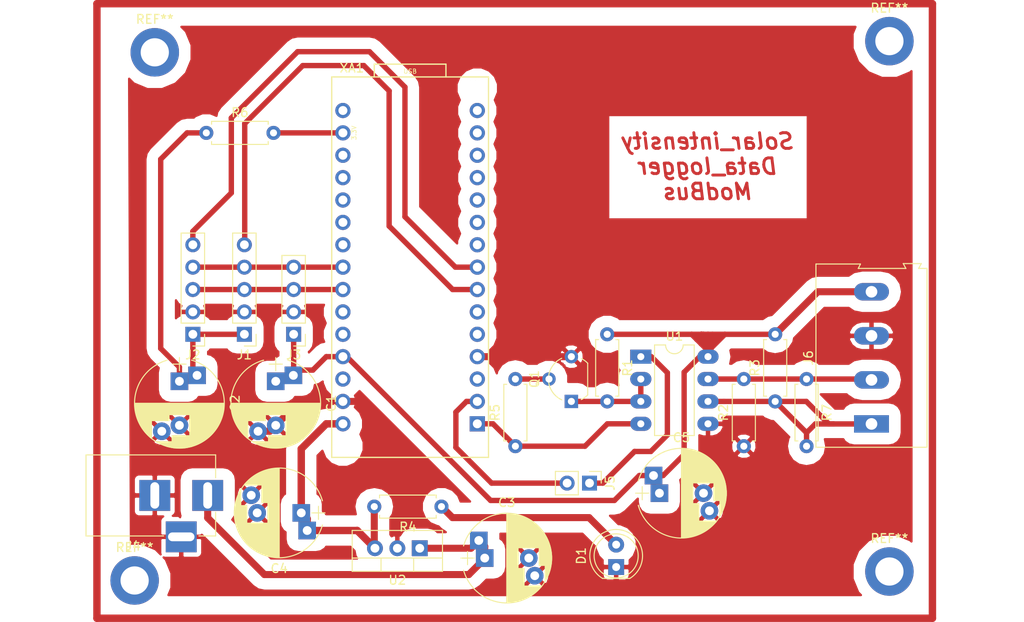
<source format=kicad_pcb>
(kicad_pcb (version 4) (host pcbnew 4.0.7)
  (layers (0 F.Cu signal) (31 B.Cu signal) (34 B.Paste user) (35 F.Paste user) (36 B.SilkS user) (37 F.SilkS user) (38 B.Mask user) (39 F.Mask user) (44 Edge.Cuts user))
  (net 0 "")
  (net 1 +5V)
  (net 2 GND)
  (net 3 +3V3)
  (net 4 /Vin)
  (net 5 /SCL)
  (net 6 /SDA)
  (net 7 /ADDR1)
  (net 8 /ADDR2)
  (net 9 /RXD485)
  (net 10 /RXD)
  (net 11 /A)
  (net 12 /B)
  (net 13 /E)
  (net 14 /TXD)
  (net 15 "Net-(Q1-Pad2)")
  (net 16 "Net-(C2-Pad1)")
  (net 17 "Net-(C4-Pad1)")
  (net 18 "Net-(D1-Pad2)")
  (module Capacitors_THT:CP_Radial_D10.0mm_P5.00mm_P7.50mm (layer F.Cu) (at 136.478 137.922)
    (fp_text reference C3 (at 2.5 -6.31) (layer F.SilkS))
    (fp_text value .1uF)
    (pad 1 thru_hole rect (at 0 0) (size 2 2) (drill 1) (layers *.Cu *.Mask) (net 4 /Vin))
    (pad 2 thru_hole circle (at 5 0) (size 2 2) (drill 1) (layers *.Cu *.Mask) (net 2 GND))
    (pad 1 thru_hole rect (at -0.672144 -2) (size 2 2) (drill 1) (layers *.Cu *.Mask) (net 4 /Vin))
    (pad 2 thru_hole circle (at 5.672144 2) (size 2 2) (drill 1) (layers *.Cu *.Mask) (net 2 GND))
  )
  (module Mounting_Holes:MountingHole_3.2mm_M3_ISO14580_Pad (layer F.Cu) (at 96.774 140.462)
    (fp_text reference REF** (at 0 -3.75) (layer F.SilkS))
    (fp_text value MountingHole_3.2mm_M3_ISO14580_Pad)
    (pad 1 thru_hole circle (at 0 0) (size 5.5 5.5) (drill 3.2) (layers *.Cu *.Mask))
  )
  (module Capacitors_THT:CP_Radial_D10.0mm_P5.00mm_P7.50mm (layer F.Cu) (at 112.776 117.856 270)
    (fp_text reference C1 (at 2.5 -6.31 270) (layer F.SilkS))
    (fp_text value CP1_Small)
    (pad 1 thru_hole rect (at 0 0 270) (size 2 2) (drill 1) (layers *.Cu *.Mask) (net 1 +5V))
    (pad 2 thru_hole circle (at 5 0 270) (size 2 2) (drill 1) (layers *.Cu *.Mask) (net 2 GND))
    (pad 1 thru_hole rect (at -0.672144 -2 270) (size 2 2) (drill 1) (layers *.Cu *.Mask) (net 1 +5V))
    (pad 2 thru_hole circle (at 5.672144 2 270) (size 2 2) (drill 1) (layers *.Cu *.Mask) (net 2 GND))
  )
  (module Capacitors_THT:CP_Radial_D10.0mm_P5.00mm_P7.50mm (layer F.Cu) (at 101.854 117.856 270)
    (fp_text reference C2 (at 2.5 -6.31 270) (layer F.SilkS))
    (fp_text value CP1_Small)
    (pad 1 thru_hole rect (at 0 0 270) (size 2 2) (drill 1) (layers *.Cu *.Mask) (net 16 "Net-(C2-Pad1)"))
    (pad 2 thru_hole circle (at 5 0 270) (size 2 2) (drill 1) (layers *.Cu *.Mask) (net 2 GND))
    (pad 1 thru_hole rect (at -0.672144 -2 270) (size 2 2) (drill 1) (layers *.Cu *.Mask) (net 16 "Net-(C2-Pad1)"))
    (pad 2 thru_hole circle (at 5.672144 2 270) (size 2 2) (drill 1) (layers *.Cu *.Mask) (net 2 GND))
  )
  (module Capacitors_THT:CP_Radial_D10.0mm_P5.00mm_P7.50mm (layer F.Cu) (at 115.6716 132.7912 180)
    (fp_text reference C4 (at 2.5 -6.31 180) (layer F.SilkS))
    (fp_text value .1uF)
    (pad 1 thru_hole rect (at 0 0 180) (size 2 2) (drill 1) (layers *.Cu *.Mask) (net 17 "Net-(C4-Pad1)"))
    (pad 2 thru_hole circle (at 5 0 180) (size 2 2) (drill 1) (layers *.Cu *.Mask) (net 2 GND))
    (pad 1 thru_hole rect (at -0.672144 -2 180) (size 2 2) (drill 1) (layers *.Cu *.Mask) (net 17 "Net-(C4-Pad1)"))
    (pad 2 thru_hole circle (at 5.672144 2 180) (size 2 2) (drill 1) (layers *.Cu *.Mask) (net 2 GND))
  )
  (module Capacitors_THT:CP_Radial_D10.0mm_P5.00mm_P7.50mm (layer F.Cu) (at 156.29 130.556)
    (fp_text reference C5 (at 2.5 -6.31) (layer F.SilkS))
    (fp_text value .1uF)
    (pad 1 thru_hole rect (at 0 0) (size 2 2) (drill 1) (layers *.Cu *.Mask) (net 1 +5V))
    (pad 2 thru_hole circle (at 5 0) (size 2 2) (drill 1) (layers *.Cu *.Mask) (net 2 GND))
    (pad 1 thru_hole rect (at -0.672144 -2) (size 2 2) (drill 1) (layers *.Cu *.Mask) (net 1 +5V))
    (pad 2 thru_hole circle (at 5.672144 2) (size 2 2) (drill 1) (layers *.Cu *.Mask) (net 2 GND))
  )
  (module Pin_Headers:Pin_Header_Straight_1x05_Pitch2.54mm (layer F.Cu) (at 109.22 112.522 180)
    (fp_text reference J1 (at 0 -2.33 180) (layer F.SilkS))
    (fp_text value bh1750)
    (pad 1 thru_hole rect (at 0 0 180) (size 1.7 1.7) (drill 1) (layers *.Cu *.Mask) (net 16 "Net-(C2-Pad1)"))
    (pad 2 thru_hole oval (at 0 2.54 180) (size 1.7 1.7) (drill 1) (layers *.Cu *.Mask) (net 2 GND))
    (pad 3 thru_hole oval (at 0 5.08 180) (size 1.7 1.7) (drill 1) (layers *.Cu *.Mask) (net 5 /SCL))
    (pad 4 thru_hole oval (at 0 7.62 180) (size 1.7 1.7) (drill 1) (layers *.Cu *.Mask) (net 6 /SDA))
    (pad 5 thru_hole oval (at 0 10.16 180) (size 1.7 1.7) (drill 1) (layers *.Cu *.Mask) (net 7 /ADDR1))
  )
  (module Pin_Headers:Pin_Header_Straight_1x05_Pitch2.54mm (layer F.Cu) (at 103.378 112.522 180)
    (fp_text reference J2 (at 0 -2.33 180) (layer F.SilkS))
    (fp_text value "bh1750(2)")
    (pad 1 thru_hole rect (at 0 0 180) (size 1.7 1.7) (drill 1) (layers *.Cu *.Mask) (net 16 "Net-(C2-Pad1)"))
    (pad 2 thru_hole oval (at 0 2.54 180) (size 1.7 1.7) (drill 1) (layers *.Cu *.Mask) (net 2 GND))
    (pad 3 thru_hole oval (at 0 5.08 180) (size 1.7 1.7) (drill 1) (layers *.Cu *.Mask) (net 5 /SCL))
    (pad 4 thru_hole oval (at 0 7.62 180) (size 1.7 1.7) (drill 1) (layers *.Cu *.Mask) (net 6 /SDA))
    (pad 5 thru_hole oval (at 0 10.16 180) (size 1.7 1.7) (drill 1) (layers *.Cu *.Mask) (net 8 /ADDR2))
  )
  (module Pin_Headers:Pin_Header_Straight_1x04_Pitch2.54mm (layer F.Cu) (at 114.808 112.522 180)
    (fp_text reference J3 (at 0 -2.33 180) (layer F.SilkS))
    (fp_text value Conn_01x04_Male)
    (pad 1 thru_hole rect (at 0 0 180) (size 1.7 1.7) (drill 1) (layers *.Cu *.Mask) (net 1 +5V))
    (pad 2 thru_hole oval (at 0 2.54 180) (size 1.7 1.7) (drill 1) (layers *.Cu *.Mask) (net 2 GND))
    (pad 3 thru_hole oval (at 0 5.08 180) (size 1.7 1.7) (drill 1) (layers *.Cu *.Mask) (net 5 /SCL))
    (pad 4 thru_hole oval (at 0 7.62 180) (size 1.7 1.7) (drill 1) (layers *.Cu *.Mask) (net 6 /SDA))
  )
  (module Pin_Headers:Pin_Header_Straight_1x02_Pitch2.54mm (layer F.Cu) (at 148.3614 129.413 270)
    (fp_text reference J5 (at 0 -2.33 270) (layer F.SilkS))
    (fp_text value Conn_01x02_Male)
    (pad 1 thru_hole rect (at 0 0 270) (size 1.7 1.7) (drill 1) (layers *.Cu *.Mask) (net 9 /RXD485))
    (pad 2 thru_hole oval (at 0 2.54 270) (size 1.7 1.7) (drill 1) (layers *.Cu *.Mask) (net 10 /RXD))
  )
  (module Housings_DIP:DIP-8_W7.62mm_LongPads (layer F.Cu) (at 154.178 115.062)
    (fp_text reference U1 (at 3.81 -2.33) (layer F.SilkS))
    (fp_text value MAX485E)
    (pad 1 thru_hole rect (at 0 0) (size 2.4 1.6) (drill 0.8) (layers *.Cu *.Mask) (net 9 /RXD485))
    (pad 5 thru_hole oval (at 7.62 7.62) (size 2.4 1.6) (drill 0.8) (layers *.Cu *.Mask) (net 2 GND))
    (pad 2 thru_hole oval (at 0 2.54) (size 2.4 1.6) (drill 0.8) (layers *.Cu *.Mask) (net 13 /E))
    (pad 6 thru_hole oval (at 7.62 5.08) (size 2.4 1.6) (drill 0.8) (layers *.Cu *.Mask) (net 11 /A))
    (pad 3 thru_hole oval (at 0 5.08) (size 2.4 1.6) (drill 0.8) (layers *.Cu *.Mask) (net 13 /E))
    (pad 7 thru_hole oval (at 7.62 2.54) (size 2.4 1.6) (drill 0.8) (layers *.Cu *.Mask) (net 12 /B))
    (pad 4 thru_hole oval (at 0 7.62) (size 2.4 1.6) (drill 0.8) (layers *.Cu *.Mask) (net 14 /TXD))
    (pad 8 thru_hole oval (at 7.62 0) (size 2.4 1.6) (drill 0.8) (layers *.Cu *.Mask) (net 1 +5V))
  )
  (module Arduino:Arduino_Nano_Socket (layer F.Cu) (at 128.016 83.312 180)
    (fp_text reference XA1 (at 6.604 1.016 180) (layer F.SilkS))
    (fp_text value Arduino_Nano_Socket)
    (fp_text user USB (at 0 0.635 180) (layer F.SilkS) (effects (font (size 0.5 0.5) (thickness 0.075))))
    (fp_text user 3.3V (at 6.35 -6.35 270) (layer F.SilkS) (effects (font (size 0.5 0.5) (thickness 0.075))))
    (pad VIN thru_hole circle (at 7.62 -39.37 180) (size 1.7272 1.7272) (drill 1.016) (layers *.Cu *.Mask) (net 17 "Net-(C4-Pad1)"))
    (pad GND2 thru_hole circle (at 7.62 -36.83 180) (size 1.7272 1.7272) (drill 1.016) (layers *.Cu *.Mask) (net 2 GND))
    (pad RST2 thru_hole circle (at 7.62 -34.29 180) (size 1.7272 1.7272) (drill 1.016) (layers *.Cu *.Mask))
    (pad 5V thru_hole circle (at 7.62 -31.75 180) (size 1.7272 1.7272) (drill 1.016) (layers *.Cu *.Mask) (net 1 +5V))
    (pad A7 thru_hole circle (at 7.62 -29.21 180) (size 1.7272 1.7272) (drill 1.016) (layers *.Cu *.Mask))
    (pad A6 thru_hole circle (at 7.62 -26.67 180) (size 1.7272 1.7272) (drill 1.016) (layers *.Cu *.Mask))
    (pad A5 thru_hole circle (at 7.62 -24.13 180) (size 1.7272 1.7272) (drill 1.016) (layers *.Cu *.Mask) (net 5 /SCL))
    (pad A4 thru_hole circle (at 7.62 -21.59 180) (size 1.7272 1.7272) (drill 1.016) (layers *.Cu *.Mask) (net 6 /SDA))
    (pad A3 thru_hole circle (at 7.62 -19.05 180) (size 1.7272 1.7272) (drill 1.016) (layers *.Cu *.Mask))
    (pad A2 thru_hole circle (at 7.62 -16.51 180) (size 1.7272 1.7272) (drill 1.016) (layers *.Cu *.Mask))
    (pad A1 thru_hole circle (at 7.62 -13.97 180) (size 1.7272 1.7272) (drill 1.016) (layers *.Cu *.Mask))
    (pad A0 thru_hole circle (at 7.62 -11.43 180) (size 1.7272 1.7272) (drill 1.016) (layers *.Cu *.Mask))
    (pad AREF thru_hole circle (at 7.62 -8.89 180) (size 1.7272 1.7272) (drill 1.016) (layers *.Cu *.Mask))
    (pad 3V3 thru_hole circle (at 7.62 -6.35 180) (size 1.7272 1.7272) (drill 1.016) (layers *.Cu *.Mask) (net 3 +3V3))
    (pad D13 thru_hole circle (at 7.62 -3.81 180) (size 1.7272 1.7272) (drill 1.016) (layers *.Cu *.Mask))
    (pad D12 thru_hole circle (at -7.62 -3.81 180) (size 1.7272 1.7272) (drill 1.016) (layers *.Cu *.Mask))
    (pad D11 thru_hole circle (at -7.62 -6.35 180) (size 1.7272 1.7272) (drill 1.016) (layers *.Cu *.Mask))
    (pad D10 thru_hole circle (at -7.62 -8.89 180) (size 1.7272 1.7272) (drill 1.016) (layers *.Cu *.Mask))
    (pad D9 thru_hole circle (at -7.62 -11.43 180) (size 1.7272 1.7272) (drill 1.016) (layers *.Cu *.Mask))
    (pad D8 thru_hole circle (at -7.62 -13.97 180) (size 1.7272 1.7272) (drill 1.016) (layers *.Cu *.Mask))
    (pad D7 thru_hole circle (at -7.62 -16.51 180) (size 1.7272 1.7272) (drill 1.016) (layers *.Cu *.Mask))
    (pad D6 thru_hole circle (at -7.62 -19.05 180) (size 1.7272 1.7272) (drill 1.016) (layers *.Cu *.Mask))
    (pad D5 thru_hole circle (at -7.62 -21.59 180) (size 1.7272 1.7272) (drill 1.016) (layers *.Cu *.Mask) (net 8 /ADDR2))
    (pad D4 thru_hole circle (at -7.62 -24.13 180) (size 1.7272 1.7272) (drill 1.016) (layers *.Cu *.Mask) (net 7 /ADDR1))
    (pad D3 thru_hole circle (at -7.62 -26.67 180) (size 1.7272 1.7272) (drill 1.016) (layers *.Cu *.Mask))
    (pad D2 thru_hole circle (at -7.62 -29.21 180) (size 1.7272 1.7272) (drill 1.016) (layers *.Cu *.Mask))
    (pad GND1 thru_hole circle (at -7.62 -31.75 180) (size 1.7272 1.7272) (drill 1.016) (layers *.Cu *.Mask) (net 2 GND))
    (pad RST1 thru_hole circle (at -7.62 -34.29 180) (size 1.7272 1.7272) (drill 1.016) (layers *.Cu *.Mask))
    (pad D0 thru_hole circle (at -7.62 -36.83 180) (size 1.7272 1.7272) (drill 1.016) (layers *.Cu *.Mask) (net 10 /RXD))
    (pad D1 thru_hole rect (at -7.62 -39.37 180) (size 1.7272 1.7272) (drill 1.016) (layers *.Cu *.Mask) (net 14 /TXD))
    (pad "" np_thru_hole circle (at -7.62 -41.91 180) (size 1.85 1.85) (drill 1.85) (layers *.Cu *.Mask))
    (pad "" np_thru_hole circle (at 7.62 -41.91 180) (size 1.85 1.85) (drill 1.85) (layers *.Cu *.Mask))
    (pad "" np_thru_hole circle (at -7.62 -1.27 180) (size 1.85 1.85) (drill 1.85) (layers *.Cu *.Mask))
    (pad "" np_thru_hole circle (at 7.62 -1.27 180) (size 1.85 1.85) (drill 1.85) (layers *.Cu *.Mask))
  )
  (module TO_SOT_Packages_THT:TO-92_Molded_Wide (layer F.Cu) (at 146.304 120.142 90)
    (fp_text reference Q1 (at 2.54 -4.19 270) (layer F.SilkS))
    (fp_text value BC547)
    (pad 2 thru_hole circle (at 2.54 -2.54 180) (size 1.52 1.52) (drill 0.8) (layers *.Cu *.Mask) (net 15 "Net-(Q1-Pad2)"))
    (pad 3 thru_hole circle (at 5.08 0 180) (size 1.52 1.52) (drill 0.8) (layers *.Cu *.Mask) (net 2 GND))
    (pad 1 thru_hole rect (at 0 0 180) (size 1.52 1.52) (drill 0.8) (layers *.Cu *.Mask) (net 13 /E))
  )
  (module Resistors_THT:R_Axial_DIN0207_L6.3mm_D2.5mm_P7.62mm_Horizontal (layer F.Cu) (at 139.954 125.222 90)
    (fp_text reference R5 (at 3.81 -2.31 90) (layer F.SilkS))
    (fp_text value 1k)
    (pad 1 thru_hole circle (at 0 0 90) (size 1.6 1.6) (drill 0.8) (layers *.Cu *.Mask) (net 14 /TXD))
    (pad 2 thru_hole oval (at 7.62 0 90) (size 1.6 1.6) (drill 0.8) (layers *.Cu *.Mask) (net 15 "Net-(Q1-Pad2)"))
  )
  (module Resistors_THT:R_Axial_DIN0207_L6.3mm_D2.5mm_P7.62mm_Horizontal (layer F.Cu) (at 150.368 112.522 270)
    (fp_text reference R1 (at 3.81 -2.31 270) (layer F.SilkS))
    (fp_text value 560)
    (pad 1 thru_hole circle (at 0 0 270) (size 1.6 1.6) (drill 0.8) (layers *.Cu *.Mask) (net 1 +5V))
    (pad 2 thru_hole oval (at 7.62 0 270) (size 1.6 1.6) (drill 0.8) (layers *.Cu *.Mask) (net 13 /E))
  )
  (module Resistors_THT:R_Axial_DIN0207_L6.3mm_D2.5mm_P7.62mm_Horizontal (layer F.Cu) (at 165.862 125.222 90)
    (fp_text reference R2 (at 3.81 -2.31 90) (layer F.SilkS))
    (fp_text value 560)
    (pad 1 thru_hole circle (at 0 0 90) (size 1.6 1.6) (drill 0.8) (layers *.Cu *.Mask) (net 2 GND))
    (pad 2 thru_hole oval (at 7.62 0 90) (size 1.6 1.6) (drill 0.8) (layers *.Cu *.Mask) (net 12 /B))
  )
  (module Resistors_THT:R_Axial_DIN0207_L6.3mm_D2.5mm_P7.62mm_Horizontal (layer F.Cu) (at 169.418 120.142 90)
    (fp_text reference R3 (at 3.81 -2.31 90) (layer F.SilkS))
    (fp_text value 560)
    (pad 1 thru_hole circle (at 0 0 90) (size 1.6 1.6) (drill 0.8) (layers *.Cu *.Mask) (net 11 /A))
    (pad 2 thru_hole oval (at 7.62 0 90) (size 1.6 1.6) (drill 0.8) (layers *.Cu *.Mask) (net 1 +5V))
  )
  (module Resistors_THT:R_Axial_DIN0207_L6.3mm_D2.5mm_P7.62mm_Horizontal (layer F.Cu) (at 104.902 89.662)
    (fp_text reference R6 (at 3.81 -2.31) (layer F.SilkS))
    (fp_text value 1k)
    (pad 1 thru_hole circle (at 0 0) (size 1.6 1.6) (drill 0.8) (layers *.Cu *.Mask) (net 16 "Net-(C2-Pad1)"))
    (pad 2 thru_hole oval (at 7.62 0) (size 1.6 1.6) (drill 0.8) (layers *.Cu *.Mask) (net 3 +3V3))
  )
  (module TO_SOT_Packages_THT:TO-220-3_Vertical (layer F.Cu) (at 129.1082 136.8044 180)
    (fp_text reference U2 (at 2.54 -3.62 180) (layer F.SilkS))
    (fp_text value L7805)
    (pad 1 thru_hole rect (at 0 0 180) (size 1.8 1.8) (drill 1) (layers *.Cu *.Mask) (net 4 /Vin))
    (pad 2 thru_hole oval (at 2.54 0 180) (size 1.8 1.8) (drill 1) (layers *.Cu *.Mask) (net 2 GND))
    (pad 3 thru_hole oval (at 5.08 0 180) (size 1.8 1.8) (drill 1) (layers *.Cu *.Mask) (net 17 "Net-(C4-Pad1)"))
  )
  (module Connectors:BARREL_JACK (layer F.Cu) (at 105.06 130.81)
    (fp_text reference J4 (at -8.45 5.75 180) (layer F.SilkS))
    (fp_text value Jack-DC)
    (pad 1 thru_hole rect (at 0 0) (size 3.5 3.5) (drill oval 1 3) (layers *.Cu *.Mask) (net 4 /Vin))
    (pad 2 thru_hole rect (at -6 0) (size 3.5 3.5) (drill oval 1 3) (layers *.Cu *.Mask) (net 2 GND))
    (pad 3 thru_hole rect (at -3 4.7) (size 3.5 3.5) (drill oval 3 1) (layers *.Cu *.Mask) (net 2 GND))
  )
  (module Mounting_Holes:MountingHole_3.2mm_M3_ISO14580_Pad (layer F.Cu) (at 182.372 79.248)
    (fp_text reference REF** (at 0 -3.75) (layer F.SilkS))
    (fp_text value MountingHole_3.2mm_M3_ISO14580_Pad)
    (pad 1 thru_hole circle (at 0 0) (size 5.5 5.5) (drill 3.2) (layers *.Cu *.Mask))
  )
  (module Mounting_Holes:MountingHole_3.2mm_M3_ISO14580_Pad (layer F.Cu) (at 182.372 139.446)
    (fp_text reference REF** (at 0 -3.75) (layer F.SilkS))
    (fp_text value MountingHole_3.2mm_M3_ISO14580_Pad)
    (pad 1 thru_hole circle (at 0 0) (size 5.5 5.5) (drill 3.2) (layers *.Cu *.Mask))
  )
  (module Mounting_Holes:MountingHole_3.2mm_M3_ISO14580_Pad (layer F.Cu) (at 99.06 80.518)
    (fp_text reference REF** (at 0 -3.75) (layer F.SilkS))
    (fp_text value MountingHole_3.2mm_M3_ISO14580_Pad)
    (pad 1 thru_hole circle (at 0 0) (size 5.5 5.5) (drill 3.2) (layers *.Cu *.Mask))
  )
  (module LEDs:LED_D5.0mm (layer F.Cu) (at 151.384 138.938 90)
    (fp_text reference D1 (at 1.27 -3.96 90) (layer F.SilkS))
    (fp_text value LED)
    (pad 1 thru_hole rect (at 0 0 90) (size 1.8 1.8) (drill 0.9) (layers *.Cu *.Mask) (net 2 GND))
    (pad 2 thru_hole circle (at 2.54 0 90) (size 1.8 1.8) (drill 0.9) (layers *.Cu *.Mask) (net 18 "Net-(D1-Pad2)"))
  )
  (module Connectors_Terminal_Blocks:TerminalBlock_Altech_AK300-4_P5.00mm (layer F.Cu) (at 180.34 122.696 90)
    (fp_text reference J6 (at 7.5 -7.15 90) (layer F.SilkS))
    (fp_text value Screw_Terminal_01x04)
    (pad 1 thru_hole rect (at 0 0 90) (size 1.98 3.96) (drill 1.32) (layers *.Cu *.Mask) (net 11 /A))
    (pad 2 thru_hole oval (at 5 0 90) (size 1.98 3.96) (drill 1.32) (layers *.Cu *.Mask) (net 12 /B))
    (pad 4 thru_hole oval (at 15 0 90) (size 1.98 3.96) (drill 1.32) (layers *.Cu *.Mask) (net 1 +5V))
    (pad 3 thru_hole oval (at 10 0 90) (size 1.98 3.96) (drill 1.32) (layers *.Cu *.Mask) (net 2 GND))
  )
  (module Resistors_THT:R_Axial_DIN0207_L6.3mm_D2.5mm_P7.62mm_Horizontal (layer F.Cu) (at 131.572 132.08 180)
    (fp_text reference R4 (at 3.81 -2.31 180) (layer F.SilkS))
    (fp_text value 1k)
    (pad 1 thru_hole circle (at 0 0 180) (size 1.6 1.6) (drill 0.8) (layers *.Cu *.Mask) (net 18 "Net-(D1-Pad2)"))
    (pad 2 thru_hole oval (at 7.62 0 180) (size 1.6 1.6) (drill 0.8) (layers *.Cu *.Mask) (net 17 "Net-(C4-Pad1)"))
  )
  (module Resistors_THT:R_Axial_DIN0207_L6.3mm_D2.5mm_P7.62mm_Horizontal (layer F.Cu) (at 172.974 117.602 270)
    (fp_text reference R7 (at 3.81 -2.31 270) (layer F.SilkS))
    (fp_text value 560)
    (pad 1 thru_hole circle (at 0 0 270) (size 1.6 1.6) (drill 0.8) (layers *.Cu *.Mask) (net 12 /B))
    (pad 2 thru_hole oval (at 7.62 0 270) (size 1.6 1.6) (drill 0.8) (layers *.Cu *.Mask) (net 11 /A))
  )
  (gr_text "Solar_intensity\nData_logger\nModBus" (at 161.798 93.472) (layer F.Cu) (effects (font (size 1.778 1.778) (thickness 0.3302) italic) (justify mirror)))
  (segment (start 92.5 75) (end 187.25 75) (width 0.84) (layer F.Cu) (net 0))
  (segment (start 187.25 75) (end 187.25 144.75) (width 0.84) (layer F.Cu) (net 0))
  (segment (start 187.25 144.75) (end 92.5 144.75) (width 0.84) (layer F.Cu) (net 0))
  (segment (start 92.5 144.75) (end 92.5 75) (width 0.84) (layer F.Cu) (net 0))
  (segment (start 169.418 112.522) (end 174.244 107.696) (width 0.8) (layer F.Cu) (net 1))
  (segment (start 174.244 107.696) (end 180.34 107.696) (width 0.8) (layer F.Cu) (net 1))
  (segment (start 154.008256 128.556) (end 155.617856 128.556) (width 0.6096) (layer F.Cu) (net 1))
  (segment (start 151.180601 131.383655) (end 154.008256 128.556) (width 0.6096) (layer F.Cu) (net 1))
  (segment (start 137.146683 131.383655) (end 151.180601 131.383655) (width 0.6096) (layer F.Cu) (net 1))
  (segment (start 120.825028 115.062) (end 137.146683 131.383655) (width 0.6096) (layer F.Cu) (net 1))
  (segment (start 120.396 115.062) (end 120.825028 115.062) (width 0.6096) (layer F.Cu) (net 1))
  (segment (start 161.798 115.062) (end 160.856466 115.062) (width 0.6096) (layer F.Cu) (net 1))
  (segment (start 160.856466 115.062) (end 159.091387 116.827079) (width 0.6096) (layer F.Cu) (net 1))
  (segment (start 159.091387 116.827079) (end 159.091387 126.167104) (width 0.6096) (layer F.Cu) (net 1))
  (segment (start 159.091387 126.167104) (end 156.702491 128.556) (width 0.6096) (layer F.Cu) (net 1))
  (segment (start 156.702491 128.556) (end 155.617856 128.556) (width 0.6096) (layer F.Cu) (net 1))
  (segment (start 162.187392 114.046) (end 162.187392 113.419392) (width 0.6096) (layer F.Cu) (net 1))
  (segment (start 162.187392 113.419392) (end 162.052 113.284) (width 0.6096) (layer F.Cu) (net 1))
  (segment (start 161.798 113.792) (end 161.798 114.373434) (width 0.6096) (layer F.Cu) (net 1))
  (segment (start 161.798 113.03) (end 161.798 113.792) (width 0.6096) (layer F.Cu) (net 1))
  (segment (start 161.798 113.792) (end 161.798 113.538) (width 0.6096) (layer F.Cu) (net 1))
  (segment (start 161.798 113.538) (end 162.306 113.03) (width 0.6096) (layer F.Cu) (net 1))
  (segment (start 162.814 113.03) (end 162.306 113.03) (width 0.6096) (layer F.Cu) (net 1))
  (segment (start 162.306 113.03) (end 162.052 112.776) (width 0.6096) (layer F.Cu) (net 1))
  (segment (start 162.052 112.776) (end 162.052 113.284) (width 0.6096) (layer F.Cu) (net 1))
  (segment (start 162.052 113.284) (end 161.798 113.03) (width 0.6096) (layer F.Cu) (net 1))
  (segment (start 161.798 112.522) (end 162.306 112.522) (width 0.6096) (layer F.Cu) (net 1))
  (segment (start 162.306 112.522) (end 163.711392 112.522) (width 0.6096) (layer F.Cu) (net 1))
  (segment (start 161.798 112.522) (end 161.798 113.03) (width 0.6096) (layer F.Cu) (net 1))
  (segment (start 161.29 112.522) (end 161.798 113.03) (width 0.6096) (layer F.Cu) (net 1))
  (segment (start 161.036 112.522) (end 161.29 112.522) (width 0.6096) (layer F.Cu) (net 1))
  (segment (start 159.946566 112.522) (end 160.528 113.103434) (width 0.6096) (layer F.Cu) (net 1))
  (segment (start 160.528 113.103434) (end 161.036 113.611434) (width 0.6096) (layer F.Cu) (net 1))
  (segment (start 161.036 112.522) (end 161.036 112.595434) (width 0.6096) (layer F.Cu) (net 1))
  (segment (start 161.036 112.595434) (end 160.528 113.103434) (width 0.6096) (layer F.Cu) (net 1))
  (segment (start 163.711392 112.522) (end 162.187392 114.046) (width 0.6096) (layer F.Cu) (net 1))
  (segment (start 161.036 112.522) (end 161.036 112.894608) (width 0.6096) (layer F.Cu) (net 1))
  (segment (start 162.187392 114.046) (end 161.798 114.435392) (width 0.6096) (layer F.Cu) (net 1))
  (segment (start 161.036 112.894608) (end 162.187392 114.046) (width 0.6096) (layer F.Cu) (net 1))
  (segment (start 161.036 112.522) (end 161.798 112.522) (width 0.6096) (layer F.Cu) (net 1))
  (segment (start 159.946566 112.522) (end 161.036 112.522) (width 0.6096) (layer F.Cu) (net 1))
  (segment (start 161.036 112.522) (end 161.036 113.611434) (width 0.6096) (layer F.Cu) (net 1))
  (segment (start 161.036 113.611434) (end 161.798 114.373434) (width 0.6096) (layer F.Cu) (net 1))
  (segment (start 169.418 112.522) (end 163.711392 112.522) (width 0.6096) (layer F.Cu) (net 1))
  (segment (start 161.798 114.435392) (end 161.798 115.062) (width 0.6096) (layer F.Cu) (net 1))
  (segment (start 155.617856 128.556) (end 155.617856 129.883856) (width 0.6096) (layer F.Cu) (net 1))
  (segment (start 114.808 117.151856) (end 114.776 117.183856) (width 0.6096) (layer F.Cu) (net 1))
  (segment (start 114.808 112.522) (end 114.808 117.151856) (width 0.6096) (layer F.Cu) (net 1))
  (segment (start 150.368 112.522) (end 159.946566 112.522) (width 0.6096) (layer F.Cu) (net 1))
  (segment (start 114.103856 117.856) (end 114.776 117.183856) (width 0.6096) (layer F.Cu) (net 1))
  (segment (start 112.776 117.856) (end 114.103856 117.856) (width 0.6096) (layer F.Cu) (net 1))
  (segment (start 161.398 115.062) (end 161.798 115.062) (width 0.6096) (layer F.Cu) (net 1))
  (segment (start 115.373856 116.586) (end 114.776 117.183856) (width 0.6096) (layer F.Cu) (net 1))
  (segment (start 116.984035 116.586) (end 115.373856 116.586) (width 0.6096) (layer F.Cu) (net 1))
  (segment (start 118.508035 115.062) (end 116.984035 116.586) (width 0.6096) (layer F.Cu) (net 1))
  (segment (start 161.798 114.373434) (end 161.798 115.062) (width 0.6096) (layer F.Cu) (net 1))
  (segment (start 161.798 115.062) (end 162.076544 115.062) (width 0.6096) (layer F.Cu) (net 1))
  (segment (start 120.396 115.062) (end 118.508035 115.062) (width 0.6096) (layer F.Cu) (net 1))
  (segment (start 135.636 115.062) (end 136.857314 115.062) (width 0.8) (layer F.Cu) (net 2))
  (segment (start 136.857314 115.062) (end 146.304 115.062) (width 0.8) (layer F.Cu) (net 2))
  (segment (start 122.174 120.142) (end 122.682 120.65) (width 0.8) (layer F.Cu) (net 2))
  (segment (start 120.396 120.142) (end 122.174 120.142) (width 0.8) (layer F.Cu) (net 2))
  (segment (start 120.396 120.142) (end 115.49 120.142) (width 0.8) (layer F.Cu) (net 2))
  (segment (start 115.49 120.142) (end 112.776 122.856) (width 0.8) (layer F.Cu) (net 2))
  (segment (start 110.776 123.528144) (end 112.103856 123.528144) (width 0.8) (layer F.Cu) (net 2))
  (segment (start 112.103856 123.528144) (end 112.776 122.856) (width 0.8) (layer F.Cu) (net 2))
  (segment (start 120.396 89.662) (end 112.522 89.662) (width 0.6096) (layer F.Cu) (net 3))
  (segment (start 105.06 130.81) (end 105.06 133.36) (width 0.8) (layer F.Cu) (net 4))
  (segment (start 111.492794 139.792794) (end 134.670516 139.792794) (width 0.8) (layer F.Cu) (net 4))
  (segment (start 105.06 133.36) (end 111.492794 139.792794) (width 0.8) (layer F.Cu) (net 4))
  (segment (start 134.670516 139.792794) (end 136.478 137.98531) (width 0.8) (layer F.Cu) (net 4))
  (segment (start 136.478 137.98531) (end 136.478 137.922) (width 0.8) (layer F.Cu) (net 4))
  (segment (start 136.478 137.922) (end 136.478 136.594144) (width 0.8) (layer F.Cu) (net 4))
  (segment (start 136.478 136.594144) (end 135.805856 135.922) (width 0.8) (layer F.Cu) (net 4))
  (segment (start 129.1082 136.8044) (end 134.923456 136.8044) (width 0.8) (layer F.Cu) (net 4))
  (segment (start 134.923456 136.8044) (end 135.805856 135.922) (width 0.8) (layer F.Cu) (net 4))
  (segment (start 129.174315 136.8044) (end 129.1082 136.8044) (width 0.84) (layer F.Cu) (net 4))
  (segment (start 120.396 107.442) (end 114.808 107.442) (width 0.6096) (layer F.Cu) (net 5))
  (segment (start 109.22 107.442) (end 114.808 107.442) (width 0.6096) (layer F.Cu) (net 5))
  (segment (start 103.378 107.442) (end 109.22 107.442) (width 0.6096) (layer F.Cu) (net 5))
  (segment (start 103.378 104.902) (end 109.22 104.902) (width 0.6096) (layer F.Cu) (net 6))
  (segment (start 109.22 104.902) (end 114.808 104.902) (width 0.6096) (layer F.Cu) (net 6))
  (segment (start 114.808 104.902) (end 120.396 104.902) (width 0.6096) (layer F.Cu) (net 6))
  (segment (start 135.636 107.442) (end 132.839459 107.442) (width 0.6096) (layer F.Cu) (net 7))
  (segment (start 132.839459 107.442) (end 125.636978 100.239519) (width 0.6096) (layer F.Cu) (net 7))
  (segment (start 125.636978 100.239519) (end 125.636978 84.893533) (width 0.6096) (layer F.Cu) (net 7))
  (segment (start 125.636978 84.893533) (end 122.763671 82.020226) (width 0.6096) (layer F.Cu) (net 7))
  (segment (start 122.763671 82.020226) (end 115.845774 82.020226) (width 0.6096) (layer F.Cu) (net 7))
  (segment (start 115.845774 82.020226) (end 109.259202 88.606798) (width 0.6096) (layer F.Cu) (net 7))
  (segment (start 109.259202 88.606798) (end 109.259202 102.322798) (width 0.6096) (layer F.Cu) (net 7))
  (segment (start 109.259202 102.322798) (end 109.22 102.362) (width 0.6096) (layer F.Cu) (net 7))
  (segment (start 135.636 104.902) (end 133.149339 104.902) (width 0.6096) (layer F.Cu) (net 8))
  (segment (start 133.149339 104.902) (end 127.431146 99.183807) (width 0.6096) (layer F.Cu) (net 8))
  (segment (start 123.409148 80.443924) (end 115.2632 80.443924) (width 0.6096) (layer F.Cu) (net 8))
  (segment (start 127.431146 99.183807) (end 127.431146 84.465922) (width 0.6096) (layer F.Cu) (net 8))
  (segment (start 103.378 100.838) (end 103.378 102.362) (width 0.6096) (layer F.Cu) (net 8))
  (segment (start 127.431146 84.465922) (end 123.409148 80.443924) (width 0.6096) (layer F.Cu) (net 8))
  (segment (start 107.740713 96.475287) (end 103.378 100.838) (width 0.6096) (layer F.Cu) (net 8))
  (segment (start 115.2632 80.443924) (end 107.740713 87.966411) (width 0.6096) (layer F.Cu) (net 8))
  (segment (start 107.740713 87.966411) (end 107.740713 96.475287) (width 0.6096) (layer F.Cu) (net 8))
  (segment (start 154.178 115.062) (end 155.369111 115.062) (width 0.6096) (layer F.Cu) (net 9))
  (segment (start 153.469249 125.823173) (end 149.879422 129.413) (width 0.6096) (layer F.Cu) (net 9))
  (segment (start 155.369111 115.062) (end 157.191037 116.883926) (width 0.6096) (layer F.Cu) (net 9))
  (segment (start 157.191037 116.883926) (end 157.191037 123.944888) (width 0.6096) (layer F.Cu) (net 9))
  (segment (start 157.191037 123.944888) (end 155.312752 125.823173) (width 0.6096) (layer F.Cu) (net 9))
  (segment (start 155.312752 125.823173) (end 153.469249 125.823173) (width 0.6096) (layer F.Cu) (net 9))
  (segment (start 149.879422 129.413) (end 148.3614 129.413) (width 0.6096) (layer F.Cu) (net 9))
  (segment (start 144.619319 129.413) (end 145.8214 129.413) (width 0.6096) (layer F.Cu) (net 10))
  (segment (start 133.206858 121.349828) (end 133.206858 125.364804) (width 0.6096) (layer F.Cu) (net 10))
  (segment (start 137.255054 129.413) (end 144.619319 129.413) (width 0.6096) (layer F.Cu) (net 10))
  (segment (start 133.206858 125.364804) (end 137.255054 129.413) (width 0.6096) (layer F.Cu) (net 10))
  (segment (start 134.414686 120.142) (end 133.206858 121.349828) (width 0.6096) (layer F.Cu) (net 10))
  (segment (start 135.636 120.142) (end 134.414686 120.142) (width 0.6096) (layer F.Cu) (net 10))
  (segment (start 175.5 122.696) (end 176.022 122.696) (width 0.6096) (layer F.Cu) (net 11))
  (segment (start 172.946 120.142) (end 175.5 122.696) (width 0.6096) (layer F.Cu) (net 11))
  (segment (start 169.418 120.142) (end 172.946 120.142) (width 0.6096) (layer F.Cu) (net 11))
  (segment (start 173.976 122.696) (end 172.974 123.698) (width 0.6096) (layer F.Cu) (net 11))
  (segment (start 176.022 122.696) (end 180.34 122.696) (width 0.6096) (layer F.Cu) (net 11))
  (segment (start 176.022 122.696) (end 173.976 122.696) (width 0.6096) (layer F.Cu) (net 11))
  (segment (start 172.974 125.222) (end 172.974 123.698) (width 0.6096) (layer F.Cu) (net 11))
  (segment (start 172.974 123.698) (end 169.418 120.142) (width 0.6096) (layer F.Cu) (net 11))
  (segment (start 169.418 120.142) (end 169.42953 120.142) (width 0.6096) (layer F.Cu) (net 11))
  (segment (start 161.798 120.142) (end 163.6076 120.142) (width 0.6096) (layer F.Cu) (net 11))
  (segment (start 163.6076 120.142) (end 169.418 120.142) (width 0.6096) (layer F.Cu) (net 11))
  (segment (start 172.974 117.602) (end 180.246 117.602) (width 0.6096) (layer F.Cu) (net 12))
  (segment (start 180.246 117.602) (end 180.34 117.696) (width 0.6096) (layer F.Cu) (net 12))
  (segment (start 165.862 117.602) (end 172.974 117.602) (width 0.6096) (layer F.Cu) (net 12))
  (segment (start 161.798 117.602) (end 165.862 117.602) (width 0.6096) (layer F.Cu) (net 12))
  (segment (start 154.178 117.602) (end 154.178 120.142) (width 0.6096) (layer F.Cu) (net 13))
  (segment (start 150.368 120.142) (end 154.178 120.142) (width 0.6096) (layer F.Cu) (net 13))
  (segment (start 146.304 120.142) (end 150.368 120.142) (width 0.6096) (layer F.Cu) (net 13))
  (segment (start 154.178 122.682) (end 150.391531 122.682) (width 0.6096) (layer F.Cu) (net 14))
  (segment (start 150.391531 122.682) (end 147.851531 125.222) (width 0.6096) (layer F.Cu) (net 14))
  (segment (start 147.851531 125.222) (end 139.954 125.222) (width 0.6096) (layer F.Cu) (net 14))
  (segment (start 135.636 122.682) (end 137.414 122.682) (width 0.6096) (layer F.Cu) (net 14))
  (segment (start 137.414 122.682) (end 139.954 125.222) (width 0.6096) (layer F.Cu) (net 14))
  (segment (start 139.954 117.602) (end 143.764 117.602) (width 0.6096) (layer F.Cu) (net 15))
  (segment (start 101.854 117.856) (end 103.181856 117.856) (width 0.6096) (layer F.Cu) (net 16))
  (segment (start 103.181856 117.856) (end 103.854 117.183856) (width 0.6096) (layer F.Cu) (net 16))
  (segment (start 103.378 112.522) (end 103.378 116.707856) (width 0.6096) (layer F.Cu) (net 16))
  (segment (start 103.378 116.707856) (end 103.854 117.183856) (width 0.6096) (layer F.Cu) (net 16))
  (segment (start 109.22 112.522) (end 103.378 112.522) (width 0.6096) (layer F.Cu) (net 16))
  (segment (start 104.902 89.662) (end 102.72268 89.662) (width 0.6096) (layer F.Cu) (net 16))
  (segment (start 102.72268 89.662) (end 99.73056 92.65412) (width 0.6096) (layer F.Cu) (net 16))
  (segment (start 99.73056 92.65412) (end 99.73056 114.12296) (width 0.6096) (layer F.Cu) (net 16))
  (segment (start 99.73056 114.12296) (end 101.854 116.2464) (width 0.6096) (layer F.Cu) (net 16))
  (segment (start 101.854 116.2464) (end 101.854 117.856) (width 0.6096) (layer F.Cu) (net 16))
  (segment (start 123.952 132.08) (end 123.952 136.7282) (width 0.8) (layer F.Cu) (net 17))
  (segment (start 123.952 136.7282) (end 124.0282 136.8044) (width 0.8) (layer F.Cu) (net 17))
  (segment (start 115.6716 132.7912) (end 115.6716 125.522926) (width 0.84) (layer F.Cu) (net 17))
  (segment (start 115.6716 125.522926) (end 118.512526 122.682) (width 0.84) (layer F.Cu) (net 17))
  (segment (start 118.512526 122.682) (end 120.396 122.682) (width 0.84) (layer F.Cu) (net 17))
  (segment (start 116.343744 134.7912) (end 116.343744 133.463344) (width 0.84) (layer F.Cu) (net 17))
  (segment (start 116.343744 133.463344) (end 115.6716 132.7912) (width 0.84) (layer F.Cu) (net 17))
  (segment (start 116.343744 134.7912) (end 122.015 134.7912) (width 0.84) (layer F.Cu) (net 17))
  (segment (start 122.015 134.7912) (end 124.0282 136.8044) (width 0.84) (layer F.Cu) (net 17))
  (segment (start 131.572 132.08) (end 132.820165 133.328165) (width 0.8) (layer F.Cu) (net 18))
  (segment (start 132.820165 133.328165) (end 148.314165 133.328165) (width 0.8) (layer F.Cu) (net 18))
  (segment (start 148.314165 133.328165) (end 150.484001 135.498001) (width 0.8) (layer F.Cu) (net 18))
  (segment (start 150.484001 135.498001) (end 151.384 136.398) (width 0.8) (layer F.Cu) (net 18))
  (zone (net 2) (net_name GND) (layer F.Cu) (connect_pads (clearance 1.3)) (min_thickness 0.254) (fill yes (arc_segments 16) (thermal_gap 0.508) (thermal_bridge_width 0.508))
    (polygon (pts (xy 185 77.5) (xy 185 142.25) (xy 96.25 142.25) (xy 96 77.5)))
  )
)
</source>
